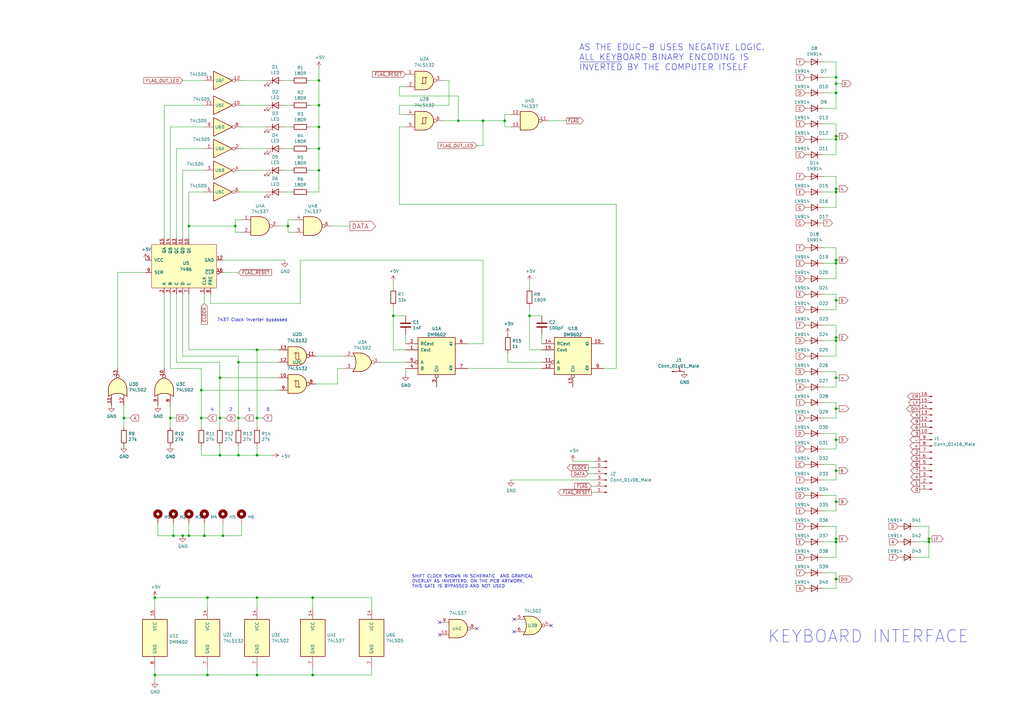
<source format=kicad_sch>
(kicad_sch (version 20211123) (generator eeschema)
  (paper "A3")
  (junction (at 83.82 219.71))
  (junction (at 90.17 186.69))
  (junction (at 105.41 245.11))
  (junction (at 85.09 245.11))
  (junction (at 69.85 171.45))
  (junction (at 217.17 129.54))
  (junction (at 128.27 276.86))
  (junction (at 381 222.25))
  (junction (at 342.9 139.7))
  (junction (at 342.9 107.95))
  (junction (at 342.9 237.49))
  (junction (at 342.9 220.98))
  (junction (at 97.79 186.69))
  (junction (at 342.9 34.29))
  (junction (at 50.8 171.45))
  (junction (at 130.81 52.07))
  (junction (at 342.9 31.75))
  (junction (at 105.41 143.51))
  (junction (at 342.9 222.25))
  (junction (at 130.81 69.85))
  (junction (at 342.9 78.74))
  (junction (at 77.47 92.71))
  (junction (at 342.9 106.68))
  (junction (at 82.55 160.02))
  (junction (at 90.17 171.45))
  (junction (at 97.79 148.59))
  (junction (at 342.9 193.04))
  (junction (at 91.44 219.71))
  (junction (at 130.81 60.96))
  (junction (at 105.41 186.69))
  (junction (at 161.29 129.54))
  (junction (at 96.52 92.71))
  (junction (at 71.12 219.71))
  (junction (at 77.47 219.71))
  (junction (at 342.9 38.1))
  (junction (at 342.9 180.34))
  (junction (at 342.9 123.19))
  (junction (at 97.79 171.45))
  (junction (at 105.41 276.86))
  (junction (at 207.01 49.53))
  (junction (at 128.27 245.11))
  (junction (at 381 220.98))
  (junction (at 342.9 154.94))
  (junction (at 342.9 77.47))
  (junction (at 85.09 276.86))
  (junction (at 342.9 138.43))
  (junction (at 342.9 55.88))
  (junction (at 130.81 33.02))
  (junction (at 105.41 171.45))
  (junction (at 74.93 219.71))
  (junction (at 63.5 245.11))
  (junction (at 342.9 167.64))
  (junction (at 187.96 49.53))
  (junction (at 90.17 154.94))
  (junction (at 130.81 43.18))
  (junction (at 118.11 92.71))
  (junction (at 82.55 171.45))
  (junction (at 63.5 276.86))
  (junction (at 342.9 57.15))
  (junction (at 198.12 49.53))
  (junction (at 342.9 205.74))
  (no_connect (at 180.34 255.27))
  (no_connect (at 210.82 259.08))
  (no_connect (at 226.06 256.54))
  (no_connect (at 210.82 254))
  (no_connect (at 180.34 260.35))
  (no_connect (at 195.58 257.81))
  (wire (pts (xy 342.9 193.04) (xy 342.9 196.85)))
  (wire (pts (xy 152.4 276.86) (xy 152.4 274.32)))
  (wire (pts (xy 105.41 143.51) (xy 114.3 143.51)))
  (wire (pts (xy 342.9 220.98) (xy 342.9 222.25)))
  (wire (pts (xy 381 215.9) (xy 381 220.98)))
  (wire (pts (xy 342.9 78.74) (xy 342.9 85.09)))
  (wire (pts (xy 337.82 190.5) (xy 342.9 190.5)))
  (wire (pts (xy 161.29 118.11) (xy 161.29 115.57)))
  (wire (pts (xy 74.93 146.05) (xy 97.79 146.05)))
  (wire (pts (xy 342.9 25.4) (xy 342.9 31.75)))
  (wire (pts (xy 166.37 129.54) (xy 161.29 129.54)))
  (wire (pts (xy 337.82 234.95) (xy 342.9 234.95)))
  (wire (pts (xy 342.9 220.98) (xy 344.17 220.98)))
  (wire (pts (xy 161.29 125.73) (xy 161.29 129.54)))
  (wire (pts (xy 116.84 43.18) (xy 119.38 43.18)))
  (wire (pts (xy 64.77 219.71) (xy 71.12 219.71)))
  (wire (pts (xy 342.9 38.1) (xy 337.82 38.1)))
  (wire (pts (xy 130.81 33.02) (xy 130.81 27.94)))
  (wire (pts (xy 127 52.07) (xy 130.81 52.07)))
  (wire (pts (xy 77.47 78.74) (xy 77.47 92.71)))
  (wire (pts (xy 337.82 57.15) (xy 342.9 57.15)))
  (wire (pts (xy 129.54 146.05) (xy 140.97 146.05)))
  (wire (pts (xy 342.9 228.6) (xy 337.82 228.6)))
  (wire (pts (xy 381 222.25) (xy 381 228.6)))
  (wire (pts (xy 74.93 219.71) (xy 77.47 219.71)))
  (wire (pts (xy 99.06 43.18) (xy 109.22 43.18)))
  (wire (pts (xy 105.41 245.11) (xy 105.41 248.92)))
  (wire (pts (xy 130.81 52.07) (xy 130.81 43.18)))
  (wire (pts (xy 97.79 171.45) (xy 97.79 175.26)))
  (wire (pts (xy 342.9 114.3) (xy 337.82 114.3)))
  (wire (pts (xy 127 60.96) (xy 130.81 60.96)))
  (wire (pts (xy 128.27 276.86) (xy 152.4 276.86)))
  (wire (pts (xy 72.39 60.96) (xy 72.39 97.79)))
  (wire (pts (xy 207.01 52.07) (xy 209.55 52.07)))
  (wire (pts (xy 64.77 214.63) (xy 64.77 219.71)))
  (wire (pts (xy 127 78.74) (xy 130.81 78.74)))
  (wire (pts (xy 85.09 276.86) (xy 105.41 276.86)))
  (wire (pts (xy 91.44 106.68) (xy 116.84 106.68)))
  (wire (pts (xy 342.9 85.09) (xy 337.82 85.09)))
  (wire (pts (xy 375.92 215.9) (xy 381 215.9)))
  (wire (pts (xy 342.9 180.34) (xy 344.17 180.34)))
  (wire (pts (xy 342.9 57.15) (xy 342.9 63.5)))
  (wire (pts (xy 342.9 196.85) (xy 337.82 196.85)))
  (wire (pts (xy 120.65 90.17) (xy 118.11 90.17)))
  (wire (pts (xy 96.52 92.71) (xy 96.52 95.25)))
  (wire (pts (xy 342.9 222.25) (xy 342.9 228.6)))
  (wire (pts (xy 381 220.98) (xy 381 222.25)))
  (wire (pts (xy 114.3 160.02) (xy 82.55 160.02)))
  (wire (pts (xy 342.9 167.64) (xy 342.9 171.45)))
  (wire (pts (xy 217.17 129.54) (xy 217.17 143.51)))
  (wire (pts (xy 342.9 184.15) (xy 337.82 184.15)))
  (wire (pts (xy 123.19 124.46) (xy 86.36 124.46)))
  (wire (pts (xy 100.33 171.45) (xy 97.79 171.45)))
  (wire (pts (xy 138.43 157.48) (xy 129.54 157.48)))
  (wire (pts (xy 342.9 77.47) (xy 342.9 78.74)))
  (wire (pts (xy 166.37 35.56) (xy 163.83 35.56)))
  (wire (pts (xy 63.5 245.11) (xy 63.5 248.92)))
  (wire (pts (xy 342.9 106.68) (xy 342.9 107.95)))
  (wire (pts (xy 109.22 33.02) (xy 99.06 33.02)))
  (wire (pts (xy 83.82 33.02) (xy 74.93 33.02)))
  (wire (pts (xy 105.41 245.11) (xy 85.09 245.11)))
  (wire (pts (xy 97.79 148.59) (xy 97.79 171.45)))
  (wire (pts (xy 342.9 44.45) (xy 342.9 38.1)))
  (wire (pts (xy 74.93 120.65) (xy 74.93 146.05)))
  (wire (pts (xy 342.9 123.19) (xy 344.17 123.19)))
  (wire (pts (xy 381 220.98) (xy 382.27 220.98)))
  (wire (pts (xy 166.37 137.16) (xy 166.37 140.97)))
  (wire (pts (xy 97.79 111.76) (xy 91.44 111.76)))
  (wire (pts (xy 85.09 245.11) (xy 63.5 245.11)))
  (wire (pts (xy 163.83 83.82) (xy 163.83 52.07)))
  (wire (pts (xy 342.9 139.7) (xy 342.9 146.05)))
  (wire (pts (xy 83.82 78.74) (xy 77.47 78.74)))
  (wire (pts (xy 74.93 69.85) (xy 74.93 97.79)))
  (wire (pts (xy 342.9 34.29) (xy 342.9 38.1)))
  (wire (pts (xy 130.81 78.74) (xy 130.81 69.85)))
  (wire (pts (xy 217.17 118.11) (xy 217.17 115.57)))
  (wire (pts (xy 83.82 219.71) (xy 83.82 214.63)))
  (wire (pts (xy 163.83 52.07) (xy 166.37 52.07)))
  (wire (pts (xy 90.17 148.59) (xy 90.17 154.94)))
  (wire (pts (xy 222.25 129.54) (xy 217.17 129.54)))
  (wire (pts (xy 116.84 60.96) (xy 119.38 60.96)))
  (wire (pts (xy 72.39 148.59) (xy 90.17 148.59)))
  (wire (pts (xy 247.65 151.13) (xy 252.73 151.13)))
  (wire (pts (xy 69.85 52.07) (xy 69.85 97.79)))
  (wire (pts (xy 105.41 182.88) (xy 105.41 186.69)))
  (wire (pts (xy 97.79 146.05) (xy 97.79 148.59)))
  (wire (pts (xy 208.28 148.59) (xy 222.25 148.59)))
  (wire (pts (xy 163.83 35.56) (xy 163.83 39.37)))
  (wire (pts (xy 337.82 222.25) (xy 342.9 222.25)))
  (wire (pts (xy 342.9 55.88) (xy 342.9 57.15)))
  (wire (pts (xy 119.38 33.02) (xy 116.84 33.02)))
  (wire (pts (xy 92.71 171.45) (xy 90.17 171.45)))
  (wire (pts (xy 166.37 46.99) (xy 163.83 46.99)))
  (wire (pts (xy 337.82 133.35) (xy 342.9 133.35)))
  (wire (pts (xy 344.17 138.43) (xy 342.9 138.43)))
  (wire (pts (xy 59.69 111.76) (xy 48.26 111.76)))
  (wire (pts (xy 337.82 107.95) (xy 342.9 107.95)))
  (wire (pts (xy 342.9 158.75) (xy 337.82 158.75)))
  (wire (pts (xy 63.5 279.4) (xy 63.5 276.86)))
  (wire (pts (xy 224.79 49.53) (xy 232.41 49.53)))
  (wire (pts (xy 342.9 234.95) (xy 342.9 237.49)))
  (wire (pts (xy 187.96 39.37) (xy 187.96 49.53)))
  (wire (pts (xy 82.55 186.69) (xy 90.17 186.69)))
  (wire (pts (xy 83.82 219.71) (xy 91.44 219.71)))
  (wire (pts (xy 163.83 39.37) (xy 187.96 39.37)))
  (wire (pts (xy 337.82 165.1) (xy 342.9 165.1)))
  (wire (pts (xy 96.52 92.71) (xy 77.47 92.71)))
  (wire (pts (xy 198.12 140.97) (xy 198.12 106.68)))
  (wire (pts (xy 97.79 186.69) (xy 105.41 186.69)))
  (wire (pts (xy 69.85 166.37) (xy 69.85 171.45)))
  (wire (pts (xy 83.82 43.18) (xy 67.31 43.18)))
  (wire (pts (xy 99.06 60.96) (xy 109.22 60.96)))
  (wire (pts (xy 118.11 95.25) (xy 120.65 95.25)))
  (wire (pts (xy 187.96 49.53) (xy 181.61 49.53)))
  (wire (pts (xy 127 33.02) (xy 130.81 33.02)))
  (wire (pts (xy 127 69.85) (xy 130.81 69.85)))
  (wire (pts (xy 342.9 209.55) (xy 337.82 209.55)))
  (wire (pts (xy 342.9 171.45) (xy 337.82 171.45)))
  (wire (pts (xy 105.41 143.51) (xy 105.41 171.45)))
  (wire (pts (xy 50.8 166.37) (xy 50.8 171.45)))
  (wire (pts (xy 342.9 120.65) (xy 342.9 123.19)))
  (wire (pts (xy 116.84 69.85) (xy 119.38 69.85)))
  (wire (pts (xy 191.77 140.97) (xy 198.12 140.97)))
  (wire (pts (xy 99.06 214.63) (xy 99.06 219.71)))
  (wire (pts (xy 114.3 148.59) (xy 97.79 148.59)))
  (wire (pts (xy 90.17 182.88) (xy 90.17 186.69)))
  (wire (pts (xy 140.97 151.13) (xy 138.43 151.13)))
  (wire (pts (xy 128.27 274.32) (xy 128.27 276.86)))
  (wire (pts (xy 345.44 34.29) (xy 342.9 34.29)))
  (wire (pts (xy 342.9 180.34) (xy 342.9 184.15)))
  (wire (pts (xy 53.34 171.45) (xy 50.8 171.45)))
  (wire (pts (xy 381 228.6) (xy 375.92 228.6)))
  (wire (pts (xy 234.95 189.23) (xy 243.84 189.23)))
  (wire (pts (xy 342.9 193.04) (xy 344.17 193.04)))
  (wire (pts (xy 130.81 43.18) (xy 130.81 33.02)))
  (wire (pts (xy 342.9 205.74) (xy 342.9 209.55)))
  (wire (pts (xy 337.82 152.4) (xy 342.9 152.4)))
  (wire (pts (xy 342.9 241.3) (xy 337.82 241.3)))
  (wire (pts (xy 114.3 92.71) (xy 118.11 92.71)))
  (wire (pts (xy 82.55 160.02) (xy 82.55 171.45)))
  (wire (pts (xy 77.47 214.63) (xy 77.47 219.71)))
  (wire (pts (xy 342.9 203.2) (xy 342.9 205.74)))
  (wire (pts (xy 337.82 72.39) (xy 342.9 72.39)))
  (wire (pts (xy 138.43 151.13) (xy 138.43 157.48)))
  (wire (pts (xy 342.9 50.8) (xy 342.9 55.88)))
  (wire (pts (xy 63.5 274.32) (xy 63.5 276.86)))
  (wire (pts (xy 342.9 146.05) (xy 337.82 146.05)))
  (wire (pts (xy 152.4 248.92) (xy 152.4 245.11)))
  (wire (pts (xy 118.11 92.71) (xy 118.11 95.25)))
  (wire (pts (xy 342.9 138.43) (xy 342.9 139.7)))
  (wire (pts (xy 207.01 46.99) (xy 207.01 49.53)))
  (wire (pts (xy 127 43.18) (xy 130.81 43.18)))
  (wire (pts (xy 184.15 43.18) (xy 184.15 33.02)))
  (wire (pts (xy 128.27 245.11) (xy 128.27 248.92)))
  (wire (pts (xy 83.82 69.85) (xy 74.93 69.85)))
  (wire (pts (xy 375.92 222.25) (xy 381 222.25)))
  (wire (pts (xy 99.06 69.85) (xy 109.22 69.85)))
  (wire (pts (xy 85.09 171.45) (xy 82.55 171.45)))
  (wire (pts (xy 130.81 69.85) (xy 130.81 60.96)))
  (wire (pts (xy 105.41 171.45) (xy 105.41 175.26)))
  (wire (pts (xy 242.57 199.39) (xy 243.84 199.39)))
  (wire (pts (xy 69.85 120.65) (xy 69.85 151.13)))
  (wire (pts (xy 71.12 219.71) (xy 74.93 219.71)))
  (wire (pts (xy 67.31 120.65) (xy 67.31 151.13)))
  (wire (pts (xy 166.37 151.13) (xy 166.37 153.67)))
  (wire (pts (xy 337.82 25.4) (xy 342.9 25.4)))
  (wire (pts (xy 342.9 237.49) (xy 344.17 237.49)))
  (wire (pts (xy 342.9 127) (xy 337.82 127)))
  (wire (pts (xy 63.5 276.86) (xy 85.09 276.86)))
  (wire (pts (xy 198.12 59.69) (xy 198.12 49.53)))
  (wire (pts (xy 99.06 78.74) (xy 109.22 78.74)))
  (wire (pts (xy 187.96 49.53) (xy 198.12 49.53)))
  (wire (pts (xy 114.3 154.94) (xy 90.17 154.94)))
  (wire (pts (xy 209.55 46.99) (xy 207.01 46.99)))
  (wire (pts (xy 105.41 274.32) (xy 105.41 276.86)))
  (wire (pts (xy 342.9 72.39) (xy 342.9 77.47)))
  (wire (pts (xy 342.9 215.9) (xy 342.9 220.98)))
  (wire (pts (xy 163.83 46.99) (xy 163.83 43.18)))
  (wire (pts (xy 342.9 63.5) (xy 337.82 63.5)))
  (wire (pts (xy 69.85 171.45) (xy 69.85 175.26)))
  (wire (pts (xy 195.58 59.69) (xy 198.12 59.69)))
  (wire (pts (xy 67.31 43.18) (xy 67.31 97.79)))
  (wire (pts (xy 69.85 151.13) (xy 82.55 151.13)))
  (wire (pts (xy 83.82 52.07) (xy 69.85 52.07)))
  (wire (pts (xy 156.21 148.59) (xy 166.37 148.59)))
  (wire (pts (xy 241.3 194.31) (xy 243.84 194.31)))
  (wire (pts (xy 342.9 101.6) (xy 342.9 106.68)))
  (wire (pts (xy 163.83 43.18) (xy 184.15 43.18)))
  (wire (pts (xy 85.09 245.11) (xy 85.09 248.92)))
  (wire (pts (xy 337.82 215.9) (xy 342.9 215.9)))
  (wire (pts (xy 77.47 120.65) (xy 77.47 143.51)))
  (wire (pts (xy 217.17 125.73) (xy 217.17 129.54)))
  (wire (pts (xy 344.17 205.74) (xy 342.9 205.74)))
  (wire (pts (xy 72.39 120.65) (xy 72.39 148.59)))
  (wire (pts (xy 191.77 151.13) (xy 222.25 151.13)))
  (wire (pts (xy 342.9 152.4) (xy 342.9 154.94)))
  (wire (pts (xy 118.11 90.17) (xy 118.11 92.71)))
  (wire (pts (xy 217.17 143.51) (xy 222.25 143.51)))
  (wire (pts (xy 96.52 95.25) (xy 99.06 95.25)))
  (wire (pts (xy 209.55 196.85) (xy 243.84 196.85)))
  (wire (pts (xy 337.82 139.7) (xy 342.9 139.7)))
  (wire (pts (xy 83.82 60.96) (xy 72.39 60.96)))
  (wire (pts (xy 116.84 78.74) (xy 119.38 78.74)))
  (wire (pts (xy 207.01 49.53) (xy 207.01 52.07)))
  (wire (pts (xy 342.9 237.49) (xy 342.9 241.3)))
  (wire (pts (xy 128.27 245.11) (xy 105.41 245.11)))
  (wire (pts (xy 344.17 77.47) (xy 342.9 77.47)))
  (wire (pts (xy 105.41 186.69) (xy 111.76 186.69)))
  (wire (pts (xy 344.17 55.88) (xy 342.9 55.88)))
  (wire (pts (xy 105.41 276.86) (xy 128.27 276.86)))
  (wire (pts (xy 97.79 182.88) (xy 97.79 186.69)))
  (wire (pts (xy 342.9 133.35) (xy 342.9 138.43)))
  (wire (pts (xy 342.9 154.94) (xy 342.9 158.75)))
  (wire (pts (xy 337.82 101.6) (xy 342.9 101.6)))
  (wire (pts (xy 50.8 171.45) (xy 50.8 175.26)))
  (wire (pts (xy 99.06 219.71) (xy 91.44 219.71)))
  (wire (pts (xy 337.82 78.74) (xy 342.9 78.74)))
  (wire (pts (xy 342.9 31.75) (xy 342.9 34.29)))
  (wire (pts (xy 96.52 90.17) (xy 96.52 92.71)))
  (wire (pts (xy 152.4 245.11) (xy 128.27 245.11)))
  (wire (pts (xy 71.12 214.63) (xy 71.12 219.71)))
  (wire (pts (xy 116.84 106.68) (xy 116.84 106.934)))
  (wire (pts (xy 342.9 154.94) (xy 344.17 154.94)))
  (wire (pts (xy 109.22 52.07) (xy 99.06 52.07)))
  (wire (pts (xy 342.9 190.5) (xy 342.9 193.04)))
  (wire (pts (xy 342.9 167.64) (xy 344.17 167.64)))
  (wire (pts (xy 161.29 143.51) (xy 166.37 143.51)))
  (wire (pts (xy 337.82 203.2) (xy 342.9 203.2)))
  (wire (pts (xy 99.06 90.17) (xy 96.52 90.17)))
  (wire (pts (xy 198.12 106.68) (xy 123.19 106.68)))
  (wire (pts (xy 184.15 33.02) (xy 181.61 33.02)))
  (wire (pts (xy 252.73 83.82) (xy 163.83 83.82)))
  (wire (pts (xy 161.29 129.54) (xy 161.29 143.51)))
  (wire (pts (xy 90.17 154.94) (xy 90.17 171.45)))
  (wire (pts (xy 337.82 120.65) (xy 342.9 120.65)))
  (wire (pts (xy 342.9 165.1) (xy 342.9 167.64)))
  (wire (pts (xy 130.81 60.96) (xy 130.81 52.07)))
  (wire (pts (xy 243.84 201.93) (xy 242.57 201.93)))
  (wire (pts (xy 135.89 92.71) (xy 143.51 92.71)))
  (wire (pts (xy 116.84 52.07) (xy 119.38 52.07)))
  (wire (pts (xy 72.39 171.45) (xy 69.85 171.45)))
  (wire (pts (xy 123.19 106.68) (xy 123.19 124.46)))
  (wire (pts (xy 82.55 171.45) (xy 82.55 175.26)))
  (wire (pts (xy 208.28 148.59) (xy 208.28 144.78)))
  (wire (pts (xy 222.25 137.16) (xy 222.25 140.97)))
  (wire (pts (xy 91.44 219.71) (xy 91.44 214.63)))
  (wire (pts (xy 107.95 171.45) (xy 105.41 171.45)))
  (wire (pts (xy 77.47 219.71) (xy 83.82 219.71)))
  (wire (pts (xy 86.36 124.46) (xy 86.36 120.65)))
  (wire (pts (xy 83.82 120.65) (xy 83.82 124.46)))
  (wire (pts (xy 90.17 186.69) (xy 97.79 186.69)))
  (wire (pts (xy 82.55 151.13) (xy 82.55 160.02)))
  (wire (pts (xy 344.17 106.68) (xy 342.9 106.68)))
  (wire (pts (xy 252.73 151.13) (xy 252.73 83.82)))
  (wire (pts (xy 82.55 182.88) (xy 82.55 186.69)))
  (wire (pts (xy 337.82 44.45) (xy 342.9 44.45)))
  (wire (pts (xy 198.12 49.53) (xy 207.01 49.53)))
  (wire (pts (xy 342.9 177.8) (xy 342.9 180.34)))
  (wire (pts (xy 48.26 111.76) (xy 48.26 151.13)))
  (wire (pts (xy 337.82 50.8) (xy 342.9 50.8)))
  (wire (pts (xy 337.82 177.8) (xy 342.9 177.8)))
  (wire (pts (xy 77.47 92.71) (xy 77.47 97.79)))
  (wire (pts (xy 85.09 274.32) (xy 85.09 276.86)))
  (wire (pts (xy 342.9 107.95) (xy 342.9 114.3)))
  (wire (pts (xy 342.9 123.19) (xy 342.9 127)))
  (wire (pts (xy 337.82 31.75) (xy 342.9 31.75)))
  (wire (pts (xy 241.3 191.77) (xy 243.84 191.77)))
  (wire (pts (xy 77.47 143.51) (xy 105.41 143.51)))
  (wire (pts (xy 90.17 171.45) (xy 90.17 175.26)))
  (text "2" (at 93.98 168.91 0) (effects (font (size 1.27 1.27)) (justify left bottom)))
  (text "7437 Clock inverter bypassed " (at 88.9 132.08 0) (effects (font (size 1.27 1.27)) (justify left bottom)))
  (text "4" (at 86.36 168.91 0) (effects (font (size 1.27 1.27)) (justify left bottom)))
  (text "0" (at 109.22 168.91 0) (effects (font (size 1.27 1.27)) (justify left bottom)))
  (text "1" (at 101.6 168.91 0) (effects (font (size 1.27 1.27)) (justify left bottom)))
  (text "KEYBOARD INTERFACE\n" (at 397.51 264.16 180) (effects (font (size 5.08 5.08)) (justify right bottom)))
  (text "SHIFT CLOCK SHOWN IN SCHEMATIC  AND GRAPICAL \nOVERLAY AS INVERTERD, ON THE PCB ARTWORK,\nTHIS GATE IS BYPASSED AND NOT USED\n" (at 168.91 241.3 0) (effects (font (size 1.27 1.27)) (justify left bottom)))
  (text "AS THE EDUC-8 USES NEGATIVE LOGIC. \nALL KEYBOARD BINARY ENCODING IS \n~{INVERTED} BY THE COMPUTER ITSELF\n" (at 237.49 29.21 0) (effects (font (size 2.54 2.54)) (justify left bottom)))
  (global_label "D" (shape input) (at 330.2 203.2 180) (property "Intersheet References" "${INTERSHEET_REFS}" (effects hide)))
  (global_label "E" (shape input) (at 330.2 78.74 180) (property "Intersheet References" "${INTERSHEET_REFS}" (effects hide)))
  (global_label "DIV" (shape output) (at 377.19 167.64 180) (property "Intersheet References" "${INTERSHEET_REFS}" (effects hide)))
  (global_label "F" (shape input) (at 330.2 196.85 180) (property "Intersheet References" "${INTERSHEET_REFS}" (effects hide)))
  (global_label "E" (shape input) (at 330.2 31.75 180) (property "Intersheet References" "${INTERSHEET_REFS}" (effects hide)))
  (global_label "E" (shape input) (at 330.2 107.95 180) (property "Intersheet References" "${INTERSHEET_REFS}" (effects hide)))
  (global_label "A" (shape input) (at 330.2 171.45 180) (property "Intersheet References" "${INTERSHEET_REFS}" (effects hide)))
  (global_label "3" (shape output) (at 377.19 177.8 180) (property "Intersheet References" "${INTERSHEET_REFS}" (effects hide)))
  (global_label "F" (shape input) (at 330.2 215.9 180) (property "Intersheet References" "${INTERSHEET_REFS}" (effects hide)))
  (global_label "C" (shape input) (at 330.2 127 180) (property "Intersheet References" "${INTERSHEET_REFS}" (effects hide)))
  (global_label "1" (shape output) (at 377.19 198.12 180) (property "Intersheet References" "${INTERSHEET_REFS}" (effects hide)))
  (global_label "DATA" (shape input) (at 241.3 194.31 180) (property "Intersheet References" "${INTERSHEET_REFS}" (effects hide)))
  (global_label "9" (shape output) (at 377.19 172.72 180) (property "Intersheet References" "${INTERSHEET_REFS}" (effects hide)))
  (global_label "FLAG_OUT_LED" (shape input) (at 195.58 59.69 180) (property "Intersheet References" "${INTERSHEET_REFS}" (effects hide)))
  (global_label "6" (shape output) (at 377.19 175.26 180) (property "Intersheet References" "${INTERSHEET_REFS}" (effects hide)))
  (global_label "+" (shape output) (at 344.17 154.94 0) (property "Intersheet References" "${INTERSHEET_REFS}" (effects hide)))
  (global_label "E" (shape input) (at 330.2 209.55 180) (property "Intersheet References" "${INTERSHEET_REFS}" (effects hide)))
  (global_label "C" (shape input) (at 330.2 91.44 180) (property "Intersheet References" "${INTERSHEET_REFS}" (effects hide)))
  (global_label "~{CLOCK}" (shape input) (at 83.82 124.46 270) (property "Intersheet References" "${INTERSHEET_REFS}" (effects hide)))
  (global_label "A" (shape input) (at 330.2 241.3 180) (property "Intersheet References" "${INTERSHEET_REFS}" (effects hide)))
  (global_label "LF" (shape output) (at 377.19 165.1 180) (property "Intersheet References" "${INTERSHEET_REFS}" (effects hide)))
  (global_label "A" (shape input) (at 53.34 171.45 0) (property "Intersheet References" "${INTERSHEET_REFS}" (effects hide)))
  (global_label "-" (shape output) (at 344.17 167.64 0) (property "Intersheet References" "${INTERSHEET_REFS}" (effects hide)))
  (global_label "~{FLAG_RESET}" (shape output) (at 242.57 201.93 180) (property "Intersheet References" "${INTERSHEET_REFS}" (effects hide)))
  (global_label "-" (shape output) (at 377.19 180.34 180) (property "Intersheet References" "${INTERSHEET_REFS}" (effects hide)))
  (global_label "A" (shape input) (at 330.2 228.6 180) (property "Intersheet References" "${INTERSHEET_REFS}" (effects hide)))
  (global_label "F" (shape input) (at 107.95 171.45 0) (property "Intersheet References" "${INTERSHEET_REFS}" (effects hide)))
  (global_label "~{FLAG}" (shape output) (at 232.41 49.53 0) (property "Intersheet References" "${INTERSHEET_REFS}" (effects hide)))
  (global_label "E" (shape input) (at 330.2 50.8 180) (property "Intersheet References" "${INTERSHEET_REFS}" (effects hide)))
  (global_label "4" (shape output) (at 344.17 77.47 0) (property "Intersheet References" "${INTERSHEET_REFS}" (effects hide)))
  (global_label "C" (shape input) (at 330.2 146.05 180) (property "Intersheet References" "${INTERSHEET_REFS}" (effects hide)))
  (global_label "C" (shape input) (at 330.2 85.09 180) (property "Intersheet References" "${INTERSHEET_REFS}" (effects hide)))
  (global_label "~{FLAG_RESET}" (shape input) (at 166.37 30.48 180) (property "Intersheet References" "${INTERSHEET_REFS}" (effects hide)))
  (global_label "+" (shape output) (at 377.19 182.88 180) (property "Intersheet References" "${INTERSHEET_REFS}" (effects hide)))
  (global_label "5" (shape output) (at 377.19 187.96 180) (property "Intersheet References" "${INTERSHEET_REFS}" (effects hide)))
  (global_label "F" (shape input) (at 368.3 228.6 180) (property "Intersheet References" "${INTERSHEET_REFS}" (effects hide)))
  (global_label "~{CLOCK}" (shape output) (at 241.3 191.77 180) (property "Intersheet References" "${INTERSHEET_REFS}" (effects hide)))
  (global_label "LF" (shape output) (at 382.27 220.98 0) (property "Intersheet References" "${INTERSHEET_REFS}" (effects hide)))
  (global_label "1" (shape output) (at 344.17 55.88 0) (property "Intersheet References" "${INTERSHEET_REFS}" (effects hide)))
  (global_label "E" (shape input) (at 330.2 165.1 180) (property "Intersheet References" "${INTERSHEET_REFS}" (effects hide)))
  (global_label "X" (shape output) (at 377.19 170.18 180) (property "Intersheet References" "${INTERSHEET_REFS}" (effects hide)))
  (global_label "E" (shape input) (at 330.2 222.25 180) (property "Intersheet References" "${INTERSHEET_REFS}" (effects hide)))
  (global_label "CR" (shape output) (at 377.19 162.56 180) (property "Intersheet References" "${INTERSHEET_REFS}" (effects hide)))
  (global_label "D" (shape input) (at 330.2 139.7 180) (property "Intersheet References" "${INTERSHEET_REFS}" (effects hide)))
  (global_label "2" (shape output) (at 377.19 185.42 180) (property "Intersheet References" "${INTERSHEET_REFS}" (effects hide)))
  (global_label "X" (shape output) (at 344.17 220.98 0) (property "Intersheet References" "${INTERSHEET_REFS}" (effects hide)))
  (global_label "~{FLAG}" (shape input) (at 242.57 199.39 180) (property "Intersheet References" "${INTERSHEET_REFS}" (effects hide)))
  (global_label "D" (shape input) (at 330.2 57.15 180) (property "Intersheet References" "${INTERSHEET_REFS}" (effects hide)))
  (global_label "C" (shape input) (at 330.2 44.45 180) (property "Intersheet References" "${INTERSHEET_REFS}" (effects hide)))
  (global_label "7" (shape output) (at 377.19 193.04 180) (property "Intersheet References" "${INTERSHEET_REFS}" (effects hide)))
  (global_label "0" (shape output) (at 377.19 200.66 180) (property "Intersheet References" "${INTERSHEET_REFS}" (effects hide)))
  (global_label "F" (shape input) (at 330.2 101.6 180) (property "Intersheet References" "${INTERSHEET_REFS}" (effects hide)))
  (global_label "9" (shape output) (at 344.17 205.74 0) (property "Intersheet References" "${INTERSHEET_REFS}" (effects hide)))
  (global_label "CR" (shape output) (at 72.39 171.45 0) (property "Intersheet References" "${INTERSHEET_REFS}" (effects hide)))
  (global_label "F" (shape input) (at 330.2 72.39 180) (property "Intersheet References" "${INTERSHEET_REFS}" (effects hide)))
  (global_label "FLAG_OUT_LED" (shape input) (at 74.93 33.02 180) (property "Intersheet References" "${INTERSHEET_REFS}" (effects hide)))
  (global_label "6" (shape output) (at 344.17 193.04 0) (property "Intersheet References" "${INTERSHEET_REFS}" (effects hide)))
  (global_label "D" (shape input) (at 92.71 171.45 0) (property "Intersheet References" "${INTERSHEET_REFS}" (effects hide)))
  (global_label "C" (shape input) (at 330.2 184.15 180) (property "Intersheet References" "${INTERSHEET_REFS}" (effects hide)))
  (global_label "F" (shape input) (at 330.2 25.4 180) (property "Intersheet References" "${INTERSHEET_REFS}" (effects hide)))
  (global_label "0" (shape output) (at 345.44 34.29 0) (property "Intersheet References" "${INTERSHEET_REFS}" (effects hide)))
  (global_label "4" (shape output) (at 377.19 195.58 180) (property "Intersheet References" "${INTERSHEET_REFS}" (effects hide)))
  (global_label "D" (shape input) (at 330.2 114.3 180) (property "Intersheet References" "${INTERSHEET_REFS}" (effects hide)))
  (global_label "E" (shape input) (at 330.2 120.65 180) (property "Intersheet References" "${INTERSHEET_REFS}" (effects hide)))
  (global_label "7" (shape output) (at 337.82 91.44 0) (property "Intersheet References" "${INTERSHEET_REFS}" (effects hide)))
  (global_label "D" (shape input) (at 330.2 177.8 180) (property "Intersheet References" "${INTERSHEET_REFS}" (effects hide)))
  (global_label "5" (shape output) (at 344.17 123.19 0) (property "Intersheet References" "${INTERSHEET_REFS}" (effects hide)))
  (global_label "F" (shape input) (at 330.2 133.35 180) (property "Intersheet References" "${INTERSHEET_REFS}" (effects hide)))
  (global_label "3" (shape output) (at 344.17 180.34 0) (property "Intersheet References" "${INTERSHEET_REFS}" (effects hide)))
  (global_label "C" (shape input) (at 85.09 171.45 0) (property "Intersheet References" "${INTERSHEET_REFS}" (effects hide)))
  (global_label "D" (shape input) (at 330.2 38.1 180) (property "Intersheet References" "${INTERSHEET_REFS}" (effects hide)))
  (global_label "DIV" (shape output) (at 344.17 237.49 0) (property "Intersheet References" "${INTERSHEET_REFS}" (effects hide)))
  (global_label "A" (shape input) (at 330.2 158.75 180) (property "Intersheet References" "${INTERSHEET_REFS}" (effects hide)))
  (global_label "8" (shape output) (at 377.19 190.5 180) (property "Intersheet References" "${INTERSHEET_REFS}" (effects hide)))
  (global_label "A" (shape input) (at 368.3 222.25 180) (property "Intersheet References" "${INTERSHEET_REFS}" (effects hide)))
  (global_label "C" (shape input) (at 330.2 190.5 180) (property "Intersheet References" "${INTERSHEET_REFS}" (effects hide)))
  (global_label "D" (shape input) (at 368.3 215.9 180) (property "Intersheet References" "${INTERSHEET_REFS}" (effects hide)))
  (global_label "C" (shape input) (at 330.2 63.5 180) (property "Intersheet References" "${INTERSHEET_REFS}" (effects hide)))
  (global_label "DATA" (shape output) (at 143.51 92.71 0) (effects (font (size 1.9558 1.9558))) (property "Intersheet References" "${INTERSHEET_REFS}" (effects hide)))
  (global_label "~{FLAG_RESET}" (shape input) (at 97.79 111.76 0) (property "Intersheet References" "${INTERSHEET_REFS}" (effects hide)))
  (global_label "E" (shape input) (at 100.33 171.45 0) (property "Intersheet References" "${INTERSHEET_REFS}" (effects hide)))
  (global_label "8" (shape output) (at 344.17 106.68 0) (property "Intersheet References" "${INTERSHEET_REFS}" (effects hide)))
  (global_label "F" (shape input) (at 330.2 234.95 180) (property "Intersheet References" "${INTERSHEET_REFS}" (effects hide)))
  (global_label "2" (shape output) (at 344.17 138.43 0) (property "Intersheet References" "${INTERSHEET_REFS}" (effects hide)))
  (global_label "D" (shape input) (at 330.2 152.4 180) (property "Intersheet References" "${INTERSHEET_REFS}" (effects hide)))
  (symbol (lib_id "74xx:74LS02") (at 148.59 148.59 0) (unit 1)
    (property "Reference" "U3" (at 148.59 140.335 0))
    (property "Value" "74LS02" (at 148.59 142.6464 0))
    (property "Footprint" "Package_DIP:DIP-14_W7.62mm_LongPads" (effects hide))
    (property "Datasheet" "http://www.ti.com/lit/gpn/sn74ls02" (effects hide))
  )
  (symbol (lib_id "74xx:74LS02") (at 218.44 256.54 0) (unit 2)
    (property "Reference" "U3" (at 218.44 256.54 0))
    (property "Value" "74LS02" (at 218.44 250.5964 0))
    (property "Footprint" "Package_DIP:DIP-14_W7.62mm_LongPads" (effects hide))
    (property "Datasheet" "http://www.ti.com/lit/gpn/sn74ls02" (effects hide))
  )
  (symbol (lib_id "74xx:74LS02") (at 67.31 158.75 270) (mirror x) (unit 3)
    (property "Reference" "U3" (at 72.0852 157.5816 90) (effects (justify left)))
    (property "Value" "74LS02" (at 72.0852 159.893 90) (effects (justify left)))
    (property "Footprint" "Package_DIP:DIP-14_W7.62mm_LongPads" (effects hide))
    (property "Datasheet" "http://www.ti.com/lit/gpn/sn74ls02" (effects hide))
  )
  (symbol (lib_id "Device:LED") (at 113.03 43.18 0) (unit 1)
    (property "Reference" "D2" (at 112.8522 37.6682 0))
    (property "Value" "LED" (at 112.8522 39.9796 0))
    (property "Footprint" "LED_THT:LED_D5.0mm" (effects hide))
  )
  (symbol (lib_id "Device:LED") (at 113.03 52.07 0) (unit 1)
    (property "Reference" "D3" (at 112.8522 46.5582 0))
    (property "Value" "LED" (at 112.8522 48.8696 0))
    (property "Footprint" "LED_THT:LED_D5.0mm" (effects hide))
  )
  (symbol (lib_id "Device:LED") (at 113.03 60.96 0) (unit 1)
    (property "Reference" "D4" (at 112.8522 55.4482 0))
    (property "Value" "LED" (at 112.8522 57.7596 0))
    (property "Footprint" "LED_THT:LED_D5.0mm" (effects hide))
  )
  (symbol (lib_id "Device:LED") (at 113.03 69.85 0) (unit 1)
    (property "Reference" "D5" (at 112.8522 64.3382 0))
    (property "Value" "LED" (at 112.8522 66.6496 0))
    (property "Footprint" "LED_THT:LED_D5.0mm" (effects hide))
  )
  (symbol (lib_id "Device:LED") (at 113.03 78.74 0) (unit 1)
    (property "Reference" "D6" (at 112.8522 73.2282 0))
    (property "Value" "LED" (at 112.8522 75.5396 0))
    (property "Footprint" "LED_THT:LED_D5.0mm" (effects hide))
  )
  (symbol (lib_id "74xx:74LS02") (at 48.26 158.75 90) (unit 4)
    (property "Reference" "U3" (at 52.832 157.5816 90) (effects (justify right)))
    (property "Value" "74LS02" (at 52.832 159.893 90) (effects (justify right)))
    (property "Footprint" "Package_DIP:DIP-14_W7.62mm_LongPads" (effects hide))
    (property "Datasheet" "http://www.ti.com/lit/gpn/sn74ls02" (effects hide))
  )
  (symbol (lib_id "74xx:74LS02") (at 105.41 261.62 0) (unit 5)
    (property "Reference" "U3" (at 111.252 260.4516 0) (effects (justify left)))
    (property "Value" "74LS02" (at 111.252 262.763 0) (effects (justify left)))
    (property "Footprint" "Package_DIP:DIP-14_W7.62mm_LongPads" (effects hide))
    (property "Datasheet" "http://www.ti.com/lit/gpn/sn74ls02" (effects hide))
  )
  (symbol (lib_id "Keyboard-interface-rescue:7496-74xx") (at 76.2 109.22 90) (unit 1)
    (property "Reference" "U5" (at 74.93 107.95 90) (effects (justify right)))
    (property "Value" "7496" (at 73.66 110.49 90) (effects (justify right)))
    (property "Footprint" "Package_DIP:DIP-16_W7.62mm_LongPads" (effects hide))
  )
  (symbol (lib_id "Connector:Conn_01x01_Male") (at 275.59 152.4 0) (unit 1)
    (property "Reference" "J3" (at 278.3332 147.8026 0))
    (property "Value" "Conn_01x01_Male" (at 278.3332 150.114 0))
    (property "Footprint" "Connector_PinHeader_2.54mm:PinHeader_1x01_P2.54mm_Vertical" (effects hide))
  )
  (symbol (lib_id "power:GND") (at 280.67 152.4 0) (unit 1)
    (property "Reference" "#PWR0116" (effects hide))
    (property "Value" "GND" (at 280.797 156.7942 0))
  )
  (symbol (lib_id "74xx:74LS37") (at 106.68 92.71 0) (unit 1)
    (property "Reference" "U4" (at 106.68 84.455 0))
    (property "Value" "74LS37" (at 106.68 86.7664 0))
    (property "Footprint" "Package_DIP:DIP-14_W7.62mm_LongPads" (effects hide))
    (property "Datasheet" "http://www.ti.com/lit/gpn/sn74ls37" (effects hide))
  )
  (symbol (lib_id "74xx:74LS37") (at 128.27 92.71 0) (unit 2)
    (property "Reference" "U4" (at 128.27 84.455 0))
    (property "Value" "74LS37" (at 128.27 86.7664 0))
    (property "Footprint" "Package_DIP:DIP-14_W7.62mm_LongPads" (effects hide))
    (property "Datasheet" "http://www.ti.com/lit/gpn/sn74ls37" (effects hide))
  )
  (symbol (lib_id "74xx:74LS37") (at 187.96 257.81 0) (unit 3)
    (property "Reference" "U4" (at 185.42 257.81 0) (effects (justify left)))
    (property "Value" "74LS37" (at 184.15 251.46 0) (effects (justify left)))
    (property "Footprint" "Package_DIP:DIP-14_W7.62mm_LongPads" (effects hide))
    (property "Datasheet" "http://www.ti.com/lit/gpn/sn74ls37" (effects hide))
  )
  (symbol (lib_id "74xx:74LS37") (at 217.17 49.53 0) (unit 4)
    (property "Reference" "U4" (at 217.17 41.275 0))
    (property "Value" "74LS37" (at 217.17 43.5864 0))
    (property "Footprint" "Package_DIP:DIP-14_W7.62mm_LongPads" (effects hide))
    (property "Datasheet" "http://www.ti.com/lit/gpn/sn74ls37" (effects hide))
  )
  (symbol (lib_id "74xx:74LS05") (at 91.44 60.96 0) (unit 1)
    (property "Reference" "U6" (at 90.17 60.96 0))
    (property "Value" "74LS05" (at 82.55 57.15 0))
    (property "Footprint" "Package_DIP:DIP-14_W7.62mm_LongPads" (effects hide))
    (property "Datasheet" "http://www.ti.com/lit/gpn/sn74LS05" (effects hide))
  )
  (symbol (lib_id "74xx:74LS05") (at 91.44 69.85 0) (unit 2)
    (property "Reference" "U6" (at 90.17 69.85 0))
    (property "Value" "74LS05" (at 80.01 67.31 0))
    (property "Footprint" "Package_DIP:DIP-14_W7.62mm_LongPads" (effects hide))
    (property "Datasheet" "http://www.ti.com/lit/gpn/sn74LS05" (effects hide))
  )
  (symbol (lib_id "74xx:74LS05") (at 91.44 78.74 0) (unit 3)
    (property "Reference" "U6" (at 90.17 78.74 0))
    (property "Value" "74LS05" (at 81.28 76.2 0))
    (property "Footprint" "Package_DIP:DIP-14_W7.62mm_LongPads" (effects hide))
    (property "Datasheet" "http://www.ti.com/lit/gpn/sn74LS05" (effects hide))
  )
  (symbol (lib_id "74xx:74LS05") (at 91.44 52.07 0) (unit 4)
    (property "Reference" "U6" (at 90.17 52.07 0))
    (property "Value" "74LS05" (at 81.28 49.53 0))
    (property "Footprint" "Package_DIP:DIP-14_W7.62mm_LongPads" (effects hide))
    (property "Datasheet" "http://www.ti.com/lit/gpn/sn74LS05" (effects hide))
  )
  (symbol (lib_id "74xx:74LS05") (at 91.44 43.18 0) (unit 5)
    (property "Reference" "U6" (at 90.17 43.18 0))
    (property "Value" "74LS05" (at 82.55 40.64 0))
    (property "Footprint" "Package_DIP:DIP-14_W7.62mm_LongPads" (effects hide))
    (property "Datasheet" "http://www.ti.com/lit/gpn/sn74LS05" (effects hide))
  )
  (symbol (lib_id "74xx:74LS05") (at 91.44 33.02 0) (unit 6)
    (property "Reference" "U6" (at 90.17 33.02 0))
    (property "Value" "74LS05" (at 81.28 30.48 0))
    (property "Footprint" "Package_DIP:DIP-14_W7.62mm_LongPads" (effects hide))
    (property "Datasheet" "http://www.ti.com/lit/gpn/sn74LS05" (effects hide))
  )
  (symbol (lib_id "Device:R") (at 123.19 43.18 270) (unit 1)
    (property "Reference" "R2" (at 123.19 37.9222 90))
    (property "Value" "180R" (at 123.19 40.2336 90))
    (property "Footprint" "Resistor_THT:R_Axial_DIN0207_L6.3mm_D2.5mm_P10.16mm_Horizontal" (effects hide))
  )
  (symbol (lib_id "Device:R") (at 123.19 52.07 270) (unit 1)
    (property "Reference" "R3" (at 123.19 46.8122 90))
    (property "Value" "180R" (at 123.19 49.1236 90))
    (property "Footprint" "Resistor_THT:R_Axial_DIN0207_L6.3mm_D2.5mm_P10.16mm_Horizontal" (effects hide))
  )
  (symbol (lib_id "Device:R") (at 123.19 60.96 270) (unit 1)
    (property "Reference" "R4" (at 123.19 55.7022 90))
    (property "Value" "180R" (at 123.19 58.0136 90))
    (property "Footprint" "Resistor_THT:R_Axial_DIN0207_L6.3mm_D2.5mm_P10.16mm_Horizontal" (effects hide))
  )
  (symbol (lib_id "Device:R") (at 123.19 69.85 270) (unit 1)
    (property "Reference" "R5" (at 123.19 64.5922 90))
    (property "Value" "180R" (at 123.19 66.9036 90))
    (property "Footprint" "Resistor_THT:R_Axial_DIN0207_L6.3mm_D2.5mm_P10.16mm_Horizontal" (effects hide))
  )
  (symbol (lib_id "Device:R") (at 123.19 78.74 270) (unit 1)
    (property "Reference" "R6" (at 123.19 73.4822 90))
    (property "Value" "180R" (at 123.19 75.7936 90))
    (property "Footprint" "Resistor_THT:R_Axial_DIN0207_L6.3mm_D2.5mm_P10.16mm_Horizontal" (effects hide))
  )
  (symbol (lib_id "Device:LED") (at 113.03 33.02 0) (unit 1)
    (property "Reference" "D1" (at 112.8522 27.5082 0))
    (property "Value" "LED" (at 112.8522 29.8196 0))
    (property "Footprint" "LED_THT:LED_D5.0mm" (effects hide))
  )
  (symbol (lib_id "Device:R") (at 123.19 33.02 270) (unit 1)
    (property "Reference" "R1" (at 123.19 27.7622 90))
    (property "Value" "180R" (at 123.19 30.0736 90))
    (property "Footprint" "Resistor_THT:R_Axial_DIN0207_L6.3mm_D2.5mm_P10.16mm_Horizontal" (effects hide))
  )
  (symbol (lib_id "power:+5V") (at 130.81 27.94 0) (unit 1)
    (property "Reference" "#PWR0101" (effects hide))
    (property "Value" "+5V" (at 131.191 23.5458 0))
  )
  (symbol (lib_id "Diode:1N914") (at 334.01 31.75 180) (unit 1)
    (property "Reference" "D7" (at 337.82 29.21 0))
    (property "Value" "1N914" (at 328.93 29.21 0))
    (property "Footprint" "Diode_THT:D_DO-35_SOD27_P7.62mm_Horizontal" (effects hide))
    (property "Datasheet" "http://www.vishay.com/docs/85622/1n914.pdf" (effects hide))
  )
  (symbol (lib_id "Diode:1N914") (at 334.01 38.1 180) (unit 1)
    (property "Reference" "D10" (at 337.82 35.56 0))
    (property "Value" "1N914" (at 328.93 35.56 0))
    (property "Footprint" "Diode_THT:D_DO-35_SOD27_P10.16mm_Horizontal" (effects hide))
    (property "Datasheet" "http://www.vishay.com/docs/85622/1n914.pdf" (effects hide))
  )
  (symbol (lib_id "Diode:1N914") (at 334.01 44.45 180) (unit 1)
    (property "Reference" "D9" (at 337.82 41.91 0))
    (property "Value" "1N914" (at 328.93 41.91 0))
    (property "Footprint" "Diode_THT:D_DO-35_SOD27_P12.70mm_Horizontal" (effects hide))
    (property "Datasheet" "http://www.vishay.com/docs/85622/1n914.pdf" (effects hide))
  )
  (symbol (lib_id "power:+5V") (at 234.95 189.23 0) (unit 1)
    (property "Reference" "#PWR0102" (effects hide))
    (property "Value" "+5V" (at 235.331 184.8358 0))
  )
  (symbol (lib_id "power:GND") (at 209.55 196.85 0) (unit 1)
    (property "Reference" "#PWR0103" (effects hide))
    (property "Value" "GND" (at 209.677 201.2442 0))
  )
  (symbol (lib_id "Device:C") (at 166.37 133.35 0) (unit 1)
    (property "Reference" "C1" (at 169.291 132.1816 0) (effects (justify left)))
    (property "Value" "1nF" (at 169.291 134.493 0) (effects (justify left)))
    (property "Footprint" "Capacitor_THT:C_Disc_D5.0mm_W2.5mm_P5.00mm" (effects hide))
  )
  (symbol (lib_id "Device:C") (at 222.25 133.35 0) (unit 1)
    (property "Reference" "C2" (at 225.171 132.1816 0) (effects (justify left)))
    (property "Value" "100pF" (at 225.171 134.493 0) (effects (justify left)))
    (property "Footprint" "Capacitor_THT:C_Disc_D5.0mm_W2.5mm_P5.00mm" (effects hide))
  )
  (symbol (lib_id "Device:R") (at 161.29 121.92 180) (unit 1)
    (property "Reference" "R7" (at 163.068 120.7516 0) (effects (justify right)))
    (property "Value" "33k" (at 163.068 123.063 0) (effects (justify right)))
    (property "Footprint" "Resistor_THT:R_Axial_DIN0207_L6.3mm_D2.5mm_P10.16mm_Horizontal" (effects hide))
  )
  (symbol (lib_id "Device:R") (at 217.17 121.92 180) (unit 1)
    (property "Reference" "R8" (at 218.948 120.7516 0) (effects (justify right)))
    (property "Value" "180R" (at 218.948 123.063 0) (effects (justify right)))
    (property "Footprint" "Resistor_THT:R_Axial_DIN0207_L6.3mm_D2.5mm_P10.16mm_Horizontal" (effects hide))
  )
  (symbol (lib_id "Diode:1N914") (at 334.01 50.8 180) (unit 1)
    (property "Reference" "D13" (at 337.82 48.26 0))
    (property "Value" "1N914" (at 328.93 48.26 0))
    (property "Footprint" "Diode_THT:D_DO-35_SOD27_P7.62mm_Horizontal" (effects hide))
    (property "Datasheet" "http://www.vishay.com/docs/85622/1n914.pdf" (effects hide))
  )
  (symbol (lib_id "Diode:1N914") (at 334.01 57.15 180) (unit 1)
    (property "Reference" "D12" (at 337.82 54.61 0))
    (property "Value" "1N914" (at 328.93 54.61 0))
    (property "Footprint" "Diode_THT:D_DO-35_SOD27_P10.16mm_Horizontal" (effects hide))
    (property "Datasheet" "http://www.vishay.com/docs/85622/1n914.pdf" (effects hide))
  )
  (symbol (lib_id "Diode:1N914") (at 334.01 63.5 180) (unit 1)
    (property "Reference" "D11" (at 337.82 60.96 0))
    (property "Value" "1N914" (at 328.93 60.96 0))
    (property "Footprint" "Diode_THT:D_DO-35_SOD27_P12.70mm_Horizontal" (effects hide))
    (property "Datasheet" "http://www.vishay.com/docs/85622/1n914.pdf" (effects hide))
  )
  (symbol (lib_id "power:+5V") (at 161.29 115.57 0) (unit 1)
    (property "Reference" "#PWR0104" (effects hide))
    (property "Value" "+5V" (at 161.671 111.1758 0))
  )
  (symbol (lib_id "power:+5V") (at 217.17 115.57 0) (unit 1)
    (property "Reference" "#PWR0105" (effects hide))
    (property "Value" "+5V" (at 217.551 111.1758 0))
  )
  (symbol (lib_id "power:GND") (at 45.72 166.37 0) (unit 1)
    (property "Reference" "#PWR0106" (effects hide))
    (property "Value" "GND" (at 45.847 170.7642 0))
  )
  (symbol (lib_id "Diode:1N914") (at 334.01 72.39 180) (unit 1)
    (property "Reference" "D14" (at 334.01 66.8782 0))
    (property "Value" "1N914" (at 334.01 69.1896 0))
    (property "Footprint" "Diode_THT:D_DO-35_SOD27_P5.08mm_Vertical_KathodeUp" (effects hide))
    (property "Datasheet" "http://www.vishay.com/docs/85622/1n914.pdf" (effects hide))
  )
  (symbol (lib_id "Diode:1N914") (at 334.01 78.74 180) (unit 1)
    (property "Reference" "D15" (at 337.82 76.2 0))
    (property "Value" "1N914" (at 328.93 76.2 0))
    (property "Footprint" "Diode_THT:D_DO-35_SOD27_P7.62mm_Horizontal" (effects hide))
    (property "Datasheet" "http://www.vishay.com/docs/85622/1n914.pdf" (effects hide))
  )
  (symbol (lib_id "Diode:1N914") (at 334.01 85.09 180) (unit 1)
    (property "Reference" "D16" (at 337.82 82.55 0))
    (property "Value" "1N914" (at 328.93 82.55 0))
    (property "Footprint" "Diode_THT:D_DO-35_SOD27_P12.70mm_Horizontal" (effects hide))
    (property "Datasheet" "http://www.vishay.com/docs/85622/1n914.pdf" (effects hide))
  )
  (symbol (lib_id "power:GND") (at 64.77 166.37 0) (unit 1)
    (property "Reference" "#PWR0107" (effects hide))
    (property "Value" "GND" (at 64.897 170.7642 0))
  )
  (symbol (lib_id "Device:R") (at 50.8 179.07 180) (unit 1)
    (property "Reference" "R9" (at 52.578 177.9016 0) (effects (justify right)))
    (property "Value" "27k" (at 52.578 180.213 0) (effects (justify right)))
    (property "Footprint" "Resistor_THT:R_Axial_DIN0207_L6.3mm_D2.5mm_P10.16mm_Horizontal" (effects hide))
  )
  (symbol (lib_id "Device:R") (at 69.85 179.07 180) (unit 1)
    (property "Reference" "R10" (at 71.628 177.9016 0) (effects (justify right)))
    (property "Value" "27k" (at 71.628 180.213 0) (effects (justify right)))
    (property "Footprint" "Resistor_THT:R_Axial_DIN0207_L6.3mm_D2.5mm_P10.16mm_Horizontal" (effects hide))
  )
  (symbol (lib_id "power:GND") (at 50.8 182.88 0) (unit 1)
    (property "Reference" "#PWR0108" (effects hide))
    (property "Value" "GND" (at 50.927 187.2742 0))
  )
  (symbol (lib_id "power:GND") (at 69.85 182.88 0) (unit 1)
    (property "Reference" "#PWR0109" (effects hide))
    (property "Value" "GND" (at 69.977 187.2742 0))
  )
  (symbol (lib_id "Device:R") (at 82.55 179.07 180) (unit 1)
    (property "Reference" "R11" (at 84.328 177.9016 0) (effects (justify right)))
    (property "Value" "27k" (at 84.328 180.213 0) (effects (justify right)))
    (property "Footprint" "Resistor_THT:R_Axial_DIN0207_L6.3mm_D2.5mm_P10.16mm_Horizontal" (effects hide))
  )
  (symbol (lib_id "Device:R") (at 90.17 179.07 180) (unit 1)
    (property "Reference" "R12" (at 91.948 177.9016 0) (effects (justify right)))
    (property "Value" "27k" (at 91.948 180.213 0) (effects (justify right)))
    (property "Footprint" "Resistor_THT:R_Axial_DIN0207_L6.3mm_D2.5mm_P10.16mm_Horizontal" (effects hide))
  )
  (symbol (lib_id "Device:R") (at 97.79 179.07 180) (unit 1)
    (property "Reference" "R13" (at 99.568 177.9016 0) (effects (justify right)))
    (property "Value" "27k" (at 99.568 180.213 0) (effects (justify right)))
    (property "Footprint" "Resistor_THT:R_Axial_DIN0207_L6.3mm_D2.5mm_P10.16mm_Horizontal" (effects hide))
  )
  (symbol (lib_id "Device:R") (at 105.41 179.07 180) (unit 1)
    (property "Reference" "R14" (at 107.188 177.9016 0) (effects (justify right)))
    (property "Value" "27k" (at 107.188 180.213 0) (effects (justify right)))
    (property "Footprint" "Resistor_THT:R_Axial_DIN0207_L6.3mm_D2.5mm_P10.16mm_Horizontal" (effects hide))
  )
  (symbol (lib_id "Diode:1N914") (at 334.01 91.44 180) (unit 1)
    (property "Reference" "D17" (at 337.82 88.9 0))
    (property "Value" "1N914" (at 328.93 88.9 0))
    (property "Footprint" "Diode_THT:D_DO-35_SOD27_P12.70mm_Horizontal" (effects hide))
    (property "Datasheet" "http://www.vishay.com/docs/85622/1n914.pdf" (effects hide))
  )
  (symbol (lib_id "Diode:1N914") (at 334.01 101.6 180) (unit 1)
    (property "Reference" "D18" (at 334.01 96.0882 0))
    (property "Value" "1N914" (at 334.01 98.3996 0))
    (property "Footprint" "Diode_THT:D_DO-35_SOD27_P5.08mm_Vertical_KathodeUp" (effects hide))
    (property "Datasheet" "http://www.vishay.com/docs/85622/1n914.pdf" (effects hide))
  )
  (symbol (lib_id "Diode:1N914") (at 334.01 107.95 180) (unit 1)
    (property "Reference" "D19" (at 337.82 105.41 0))
    (property "Value" "1N914" (at 328.93 105.41 0))
    (property "Footprint" "Diode_THT:D_DO-35_SOD27_P7.62mm_Horizontal" (effects hide))
    (property "Datasheet" "http://www.vishay.com/docs/85622/1n914.pdf" (effects hide))
  )
  (symbol (lib_id "Diode:1N914") (at 334.01 114.3 180) (unit 1)
    (property "Reference" "D20" (at 337.82 111.76 0))
    (property "Value" "1N914" (at 328.93 111.76 0))
    (property "Footprint" "Diode_THT:D_DO-35_SOD27_P10.16mm_Horizontal" (effects hide))
    (property "Datasheet" "http://www.vishay.com/docs/85622/1n914.pdf" (effects hide))
  )
  (symbol (lib_id "Diode:1N914") (at 334.01 120.65 180) (unit 1)
    (property "Reference" "D21" (at 337.82 118.11 0))
    (property "Value" "1N914" (at 328.93 118.11 0))
    (property "Footprint" "Diode_THT:D_DO-35_SOD27_P7.62mm_Horizontal" (effects hide))
    (property "Datasheet" "http://www.vishay.com/docs/85622/1n914.pdf" (effects hide))
  )
  (symbol (lib_id "Diode:1N914") (at 334.01 127 180) (unit 1)
    (property "Reference" "D22" (at 337.82 124.46 0))
    (property "Value" "1N914" (at 328.93 124.46 0))
    (property "Footprint" "Diode_THT:D_DO-35_SOD27_P12.70mm_Horizontal" (effects hide))
    (property "Datasheet" "http://www.vishay.com/docs/85622/1n914.pdf" (effects hide))
  )
  (symbol (lib_id "power:GND") (at 166.37 153.67 0) (unit 1)
    (property "Reference" "#PWR0110" (effects hide))
    (property "Value" "GND" (at 166.497 158.0642 0))
  )
  (symbol (lib_id "power:+5V") (at 208.28 137.16 0) (unit 1)
    (property "Reference" "#PWR0111" (effects hide))
    (property "Value" "+5V" (at 208.661 132.7658 0))
  )
  (symbol (lib_id "Device:R") (at 208.28 140.97 180) (unit 1)
    (property "Reference" "R15" (at 210.058 139.8016 0) (effects (justify right)))
    (property "Value" "1k" (at 210.058 142.113 0) (effects (justify right)))
    (property "Footprint" "Resistor_THT:R_Axial_DIN0207_L6.3mm_D2.5mm_P10.16mm_Horizontal" (effects hide))
  )
  (symbol (lib_id "74xx:74LS05") (at 152.4 261.62 0) (unit 7)
    (property "Reference" "U6" (at 158.242 260.4516 0) (effects (justify left)))
    (property "Value" "74LS05" (at 158.242 262.763 0) (effects (justify left)))
    (property "Footprint" "Package_DIP:DIP-14_W7.62mm_LongPads" (effects hide))
    (property "Datasheet" "http://www.ti.com/lit/gpn/sn74LS05" (effects hide))
  )
  (symbol (lib_id "74xx:74LS37") (at 128.27 261.62 0) (unit 5)
    (property "Reference" "U4" (at 134.112 260.4516 0) (effects (justify left)))
    (property "Value" "74LS37" (at 134.112 262.763 0) (effects (justify left)))
    (property "Footprint" "Package_DIP:DIP-14_W7.62mm_LongPads" (effects hide))
    (property "Datasheet" "http://www.ti.com/lit/gpn/sn74ls37" (effects hide))
  )
  (symbol (lib_id "power:GND") (at 63.5 279.4 0) (unit 1)
    (property "Reference" "#PWR0112" (effects hide))
    (property "Value" "GND" (at 63.627 283.7942 0))
  )
  (symbol (lib_id "power:+5V") (at 63.5 245.11 0) (unit 1)
    (property "Reference" "#PWR0113" (effects hide))
    (property "Value" "+5V" (at 63.881 240.7158 0))
  )
  (symbol (lib_id "Diode:1N914") (at 334.01 133.35 180) (unit 1)
    (property "Reference" "D23" (at 337.82 130.81 0))
    (property "Value" "1N914" (at 328.93 130.81 0))
    (property "Footprint" "Diode_THT:D_DO-35_SOD27_P5.08mm_Vertical_KathodeUp" (effects hide))
    (property "Datasheet" "http://www.vishay.com/docs/85622/1n914.pdf" (effects hide))
  )
  (symbol (lib_id "Diode:1N914") (at 334.01 139.7 180) (unit 1)
    (property "Reference" "D24" (at 337.82 137.16 0))
    (property "Value" "1N914" (at 328.93 137.16 0))
    (property "Footprint" "Diode_THT:D_DO-35_SOD27_P10.16mm_Horizontal" (effects hide))
    (property "Datasheet" "http://www.vishay.com/docs/85622/1n914.pdf" (effects hide))
  )
  (symbol (lib_id "Diode:1N914") (at 334.01 146.05 180) (unit 1)
    (property "Reference" "D25" (at 337.82 143.51 0))
    (property "Value" "1N914" (at 328.93 143.51 0))
    (property "Footprint" "Diode_THT:D_DO-35_SOD27_P12.70mm_Horizontal" (effects hide))
    (property "Datasheet" "http://www.vishay.com/docs/85622/1n914.pdf" (effects hide))
  )
  (symbol (lib_id "Diode:1N914") (at 334.01 25.4 180) (unit 1)
    (property "Reference" "D8" (at 334.01 19.8882 0))
    (property "Value" "1N914" (at 334.01 22.1996 0))
    (property "Footprint" "Diode_THT:D_DO-35_SOD27_P5.08mm_Vertical_KathodeUp" (effects hide))
    (property "Datasheet" "http://www.vishay.com/docs/85622/1n914.pdf" (effects hide))
  )
  (symbol (lib_id "Connector:Conn_01x16_Male") (at 382.27 182.88 180) (unit 1)
    (property "Reference" "J1" (at 382.9812 179.8828 0) (effects (justify right)))
    (property "Value" "Conn_01x16_Male" (at 382.9812 182.1942 0) (effects (justify right)))
    (property "Footprint" "Connector_PinHeader_2.54mm:PinHeader_1x16_P2.54mm_Vertical" (effects hide))
  )
  (symbol (lib_id "power:+5V") (at 111.76 186.69 270) (unit 1)
    (property "Reference" "#PWR0114" (effects hide))
    (property "Value" "+5V" (at 115.0112 187.071 90) (effects (justify left)))
  )
  (symbol (lib_id "Diode:1N914") (at 334.01 152.4 180) (unit 1)
    (property "Reference" "D26" (at 337.82 149.86 0))
    (property "Value" "1N914" (at 328.93 149.86 0))
    (property "Footprint" "Diode_THT:D_DO-35_SOD27_P10.16mm_Horizontal" (effects hide))
    (property "Datasheet" "http://www.vishay.com/docs/85622/1n914.pdf" (effects hide))
  )
  (symbol (lib_id "Diode:1N914") (at 334.01 158.75 180) (unit 1)
    (property "Reference" "D27" (at 337.82 156.21 0))
    (property "Value" "1N914" (at 328.93 156.21 0))
    (property "Footprint" "Diode_THT:D_DO-35_SOD27_P12.70mm_Horizontal" (effects hide))
    (property "Datasheet" "http://www.vishay.com/docs/85622/1n914.pdf" (effects hide))
  )
  (symbol (lib_id "Diode:1N914") (at 334.01 165.1 180) (unit 1)
    (property "Reference" "D28" (at 337.82 162.56 0))
    (property "Value" "1N914" (at 328.93 162.56 0))
    (property "Footprint" "Diode_THT:D_DO-35_SOD27_P7.62mm_Horizontal" (effects hide))
    (property "Datasheet" "http://www.vishay.com/docs/85622/1n914.pdf" (effects hide))
  )
  (symbol (lib_id "Diode:1N914") (at 334.01 171.45 180) (unit 1)
    (property "Reference" "D29" (at 337.82 168.91 0))
    (property "Value" "1N914" (at 328.93 168.91 0))
    (property "Footprint" "Diode_THT:D_DO-35_SOD27_P12.70mm_Horizontal" (effects hide))
    (property "Datasheet" "http://www.vishay.com/docs/85622/1n914.pdf" (effects hide))
  )
  (symbol (lib_id "Diode:1N914") (at 334.01 184.15 180) (unit 1)
    (property "Reference" "D31" (at 337.82 181.61 0))
    (property "Value" "1N914" (at 328.93 181.61 0))
    (property "Footprint" "Diode_THT:D_DO-35_SOD27_P12.70mm_Horizontal" (effects hide))
    (property "Datasheet" "http://www.vishay.com/docs/85622/1n914.pdf" (effects hide))
  )
  (symbol (lib_id "Diode:1N914") (at 334.01 177.8 180) (unit 1)
    (property "Reference" "D30" (at 337.82 175.26 0))
    (property "Value" "1N914" (at 328.93 175.26 0))
    (property "Footprint" "Diode_THT:D_DO-35_SOD27_P10.16mm_Horizontal" (effects hide))
    (property "Datasheet" "http://www.vishay.com/docs/85622/1n914.pdf" (effects hide))
  )
  (symbol (lib_id "Mechanical:MountingHole_Pad") (at 64.77 212.09 0) (unit 1)
    (property "Reference" "H1" (at 67.31 212.0138 0) (effects (justify left)))
    (property "Value" "MountingHole_Pad" (effects hide))
    (property "Footprint" "MountingHole:MountingHole_3.2mm_M3_Pad_Via" (effects hide))
  )
  (symbol (lib_id "Mechanical:MountingHole_Pad") (at 71.12 212.09 0) (unit 1)
    (property "Reference" "H2" (at 73.66 212.0138 0) (effects (justify left)))
    (property "Value" "MountingHole_Pad" (effects hide))
    (property "Footprint" "MountingHole:MountingHole_3.2mm_M3_Pad_Via" (effects hide))
  )
  (symbol (lib_id "Mechanical:MountingHole_Pad") (at 77.47 212.09 0) (unit 1)
    (property "Reference" "H3" (at 80.01 212.0138 0) (effects (justify left)))
    (property "Value" "MountingHole_Pad" (effects hide))
    (property "Footprint" "MountingHole:MountingHole_3.2mm_M3_Pad_Via" (effects hide))
  )
  (symbol (lib_id "Mechanical:MountingHole_Pad") (at 83.82 212.09 0) (unit 1)
    (property "Reference" "H4" (at 86.36 212.0138 0) (effects (justify left)))
    (property "Value" "MountingHole_Pad" (effects hide))
    (property "Footprint" "MountingHole:MountingHole_3.2mm_M3_Pad_Via" (effects hide))
  )
  (symbol (lib_id "Diode:1N914") (at 334.01 190.5 180) (unit 1)
    (property "Reference" "D32" (at 337.82 187.96 0))
    (property "Value" "1N914" (at 328.93 187.96 0))
    (property "Footprint" "Diode_THT:D_DO-35_SOD27_P12.70mm_Horizontal" (effects hide))
    (property "Datasheet" "http://www.vishay.com/docs/85622/1n914.pdf" (effects hide))
  )
  (symbol (lib_id "Diode:1N914") (at 334.01 196.85 180) (unit 1)
    (property "Reference" "D33" (at 337.82 194.31 0))
    (property "Value" "1N914" (at 328.93 194.31 0))
    (property "Footprint" "Diode_THT:D_DO-35_SOD27_P5.08mm_Vertical_KathodeUp" (effects hide))
    (property "Datasheet" "http://www.vishay.com/docs/85622/1n914.pdf" (effects hide))
  )
  (symbol (lib_id "power:GND") (at 74.93 219.71 0) (unit 1)
    (property "Reference" "#PWR0115" (effects hide))
    (property "Value" "GND" (at 75.057 224.1042 0))
  )
  (symbol (lib_id "Diode:1N914") (at 334.01 203.2 180) (unit 1)
    (property "Reference" "D34" (at 337.82 200.66 0))
    (property "Value" "1N914" (at 328.93 200.66 0))
    (property "Footprint" "Diode_THT:D_DO-35_SOD27_P10.16mm_Horizontal" (effects hide))
    (property "Datasheet" "http://www.vishay.com/docs/85622/1n914.pdf" (effects hide))
  )
  (symbol (lib_id "Diode:1N914") (at 334.01 209.55 180) (unit 1)
    (property "Reference" "D35" (at 337.82 207.01 0))
    (property "Value" "1N914" (at 328.93 207.01 0))
    (property "Footprint" "Diode_THT:D_DO-35_SOD27_P7.62mm_Horizontal" (effects hide))
    (property "Datasheet" "http://www.vishay.com/docs/85622/1n914.pdf" (effects hide))
  )
  (symbol (lib_id "Diode:1N914") (at 334.01 215.9 180) (unit 1)
    (property "Reference" "D36" (at 337.82 213.36 0))
    (property "Value" "1N914" (at 328.93 213.36 0))
    (property "Footprint" "Diode_THT:D_DO-35_SOD27_P5.08mm_Vertical_KathodeUp" (effects hide))
    (property "Datasheet" "http://www.vishay.com/docs/85622/1n914.pdf" (effects hide))
  )
  (symbol (lib_id "Diode:1N914") (at 334.01 222.25 180) (unit 1)
    (property "Reference" "D37" (at 337.82 219.71 0))
    (property "Value" "1N914" (at 328.93 219.71 0))
    (property "Footprint" "Diode_THT:D_DO-35_SOD27_P7.62mm_Horizontal" (effects hide))
    (property "Datasheet" "http://www.vishay.com/docs/85622/1n914.pdf" (effects hide))
  )
  (symbol (lib_id "Diode:1N914") (at 334.01 228.6 180) (unit 1)
    (property "Reference" "D38" (at 337.82 226.06 0))
    (property "Value" "1N914" (at 328.93 226.06 0))
    (property "Footprint" "Diode_THT:D_DO-35_SOD27_P12.70mm_Horizontal" (effects hide))
    (property "Datasheet" "http://www.vishay.com/docs/85622/1n914.pdf" (effects hide))
  )
  (symbol (lib_id "Diode:1N914") (at 334.01 234.95 180) (unit 1)
    (property "Reference" "D39" (at 337.82 232.41 0))
    (property "Value" "1N914" (at 328.93 232.41 0))
    (property "Footprint" "Diode_THT:D_DO-35_SOD27_P5.08mm_Vertical_KathodeUp" (effects hide))
    (property "Datasheet" "http://www.vishay.com/docs/85622/1n914.pdf" (effects hide))
  )
  (symbol (lib_id "Diode:1N914") (at 334.01 241.3 180) (unit 1)
    (property "Reference" "D40" (at 337.82 238.76 0))
    (property "Value" "1N914" (at 328.93 238.76 0))
    (property "Footprint" "Diode_THT:D_DO-35_SOD27_P12.70mm_Horizontal" (effects hide))
    (property "Datasheet" "http://www.vishay.com/docs/85622/1n914.pdf" (effects hide))
  )
  (symbol (lib_id "Diode:1N914") (at 372.11 215.9 180) (unit 1)
    (property "Reference" "D41" (at 375.92 213.36 0))
    (property "Value" "1N914" (at 367.03 213.36 0))
    (property "Footprint" "Diode_THT:D_DO-35_SOD27_P10.16mm_Horizontal" (effects hide))
    (property "Datasheet" "http://www.vishay.com/docs/85622/1n914.pdf" (effects hide))
  )
  (symbol (lib_id "Diode:1N914") (at 372.11 222.25 180) (unit 1)
    (property "Reference" "D42" (at 375.92 219.71 0))
    (property "Value" "1N914" (at 367.03 219.71 0))
    (property "Footprint" "Diode_THT:D_DO-35_SOD27_P12.70mm_Horizontal" (effects hide))
    (property "Datasheet" "http://www.vishay.com/docs/85622/1n914.pdf" (effects hide))
  )
  (symbol (lib_id "Diode:1N914") (at 372.11 228.6 180) (unit 1)
    (property "Reference" "D43" (at 375.92 226.06 0))
    (property "Value" "1N914" (at 367.03 226.06 0))
    (property "Footprint" "Diode_THT:D_DO-35_SOD27_P5.08mm_Vertical_KathodeUp" (effects hide))
    (property "Datasheet" "http://www.vishay.com/docs/85622/1n914.pdf" (effects hide))
  )
  (symbol (lib_id "Mechanical:MountingHole_Pad") (at 91.44 212.09 0) (unit 1)
    (property "Reference" "H5" (at 93.98 212.0138 0) (effects (justify left)))
    (property "Value" "MountingHole_Pad" (effects hide))
    (property "Footprint" "MountingHole:MountingHole_3.2mm_M3_Pad_Via" (effects hide))
  )
  (symbol (lib_id "Mechanical:MountingHole_Pad") (at 99.06 212.09 0) (unit 1)
    (property "Reference" "H6" (at 101.6 212.0138 0) (effects (justify left)))
    (property "Value" "MountingHole_Pad" (effects hide))
    (property "Footprint" "MountingHole:MountingHole_3.2mm_M3_Pad_Via" (effects hide))
  )
  (symbol (lib_id "74xx:74LS132") (at 121.92 146.05 0) (mirror x) (unit 4)
    (property "Reference" "U2" (at 121.92 137.16 0))
    (property "Value" "74LS132" (at 121.92 139.7 0))
    (property "Footprint" "Package_DIP:DIP-14_W7.62mm_LongPads" (effects hide))
    (property "Datasheet" "http://www.ti.com/lit/gpn/sn74LS132" (effects hide))
  )
  (symbol (lib_id "74xx:74LS132") (at 85.09 261.62 0) (unit 5)
    (property "Reference" "U2" (at 91.44 260.3499 0) (effects (justify left)))
    (property "Value" "74LS132" (at 91.44 262.8899 0) (effects (justify left)))
    (property "Footprint" "Package_DIP:DIP-14_W7.62mm_LongPads" (effects hide))
    (property "Datasheet" "http://www.ti.com/lit/gpn/sn74LS132" (effects hide))
  )
  (symbol (lib_id "power:GND") (at 116.84 106.934 0) (unit 1)
    (property "Reference" "#PWR0117" (effects hide))
    (property "Value" "GND" (at 116.967 111.3282 0))
  )
  (symbol (lib_id "DM series IC:DM9602") (at 179.07 146.05 0) (unit 1)
    (property "Reference" "U1" (at 179.07 134.7302 0))
    (property "Value" "DM9602" (at 179.07 137.2671 0))
    (property "Footprint" "Package_DIP:DIP-16_W7.62mm_Socket_LongPads" (effects hide))
    (property "Datasheet" "http://www.ti.com/lit/gpn/sn74LS123" (effects hide))
  )
  (symbol (lib_id "DM series IC:DM9602") (at 63.5 261.62 0) (unit 3)
    (property "Reference" "U1" (at 69.342 260.7853 0) (effects (justify left)))
    (property "Value" "DM9602" (at 69.342 263.3222 0) (effects (justify left)))
    (property "Footprint" "Package_DIP:DIP-16_W7.62mm_Socket_LongPads" (effects hide))
    (property "Datasheet" "http://www.ti.com/lit/gpn/sn74LS123" (effects hide))
  )
  (symbol (lib_id "74xx:74LS132") (at 173.99 33.02 0) (unit 1)
    (property "Reference" "U2" (at 173.99 24.13 0))
    (property "Value" "74LS132" (at 173.99 26.67 0))
    (property "Footprint" "Package_DIP:DIP-14_W7.62mm_LongPads" (effects hide))
    (property "Datasheet" "http://www.ti.com/lit/gpn/sn74LS132" (effects hide))
  )
  (symbol (lib_id "74xx:74LS132") (at 121.92 157.48 0) (mirror x) (unit 3)
    (property "Reference" "U2" (at 121.92 148.59 0))
    (property "Value" "74LS132" (at 121.92 151.13 0))
    (property "Footprint" "Package_DIP:DIP-14_W7.62mm_LongPads" (effects hide))
    (property "Datasheet" "http://www.ti.com/lit/gpn/sn74LS132" (effects hide))
  )
  (symbol (lib_id "Connector:Conn_01x06_Male") (at 248.92 196.85 180) (unit 1)
    (property "Reference" "J2" (at 250.19 194.3099 0) (effects (justify right)))
    (property "Value" "Conn_01x06_Male" (at 250.19 196.8499 0) (effects (justify right)))
    (property "Footprint" "Connector_JST:JST_XH_B6B-XH-A_1x06_P2.50mm_Vertical" (effects hide))
  )
  (symbol (lib_id "DM series IC:DM9602") (at 234.95 146.05 0) (unit 2)
    (property "Reference" "U1" (at 234.95 134.7302 0))
    (property "Value" "DM9602" (at 234.95 137.2671 0))
    (property "Footprint" "Package_DIP:DIP-16_W7.62mm_Socket_LongPads" (effects hide))
    (property "Datasheet" "http://www.ti.com/lit/gpn/sn74LS123" (effects hide))
  )
  (symbol (lib_id "power:+5V") (at 59.69 106.68 0) (unit 1)
    (property "Reference" "#PWR0118" (effects hide))
    (property "Value" "+5V" (at 60.071 102.2858 0))
  )
  (symbol (lib_id "74xx:74LS132") (at 173.99 49.53 0) (unit 2)
    (property "Reference" "U2" (at 173.99 40.64 0))
    (property "Value" "74LS132" (at 173.99 43.18 0))
    (property "Footprint" "Package_DIP:DIP-14_W7.62mm_LongPads" (effects hide))
    (property "Datasheet" "http://www.ti.com/lit/gpn/sn74LS132" (effects hide))
  )
)
</source>
